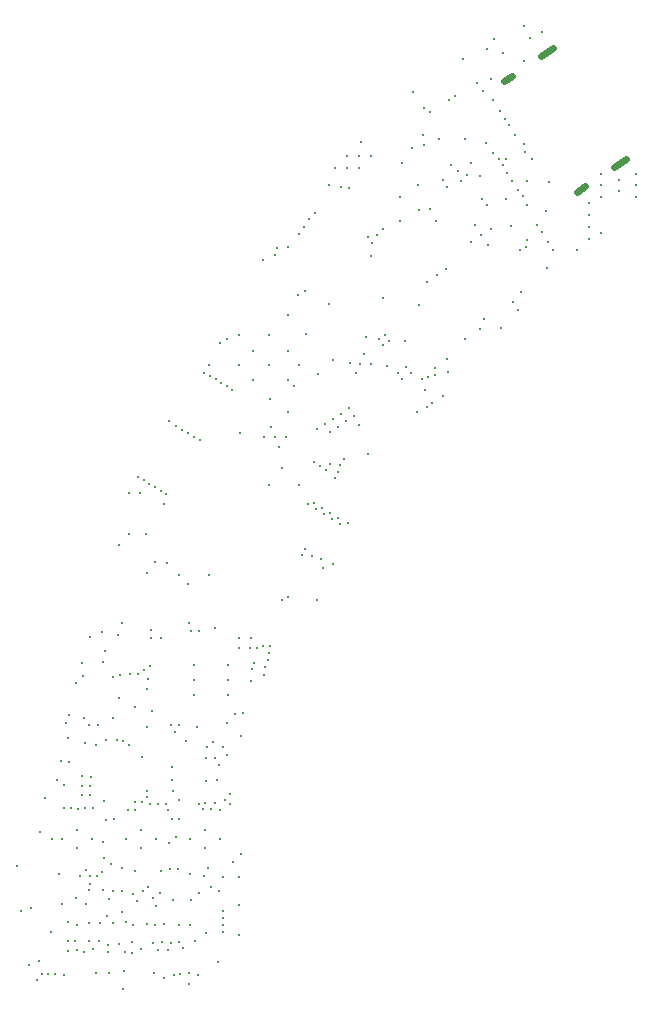
<source format=gbr>
%TF.GenerationSoftware,KiCad,Pcbnew,8.0.4*%
%TF.CreationDate,2024-09-02T19:36:40+02:00*%
%TF.ProjectId,Zoka-MainBoard,5a6f6b61-2d4d-4616-996e-426f6172642e,rev?*%
%TF.SameCoordinates,Original*%
%TF.FileFunction,Plated,1,4,PTH,Mixed*%
%TF.FilePolarity,Positive*%
%FSLAX46Y46*%
G04 Gerber Fmt 4.6, Leading zero omitted, Abs format (unit mm)*
G04 Created by KiCad (PCBNEW 8.0.4) date 2024-09-02 19:36:40*
%MOMM*%
%LPD*%
G01*
G04 APERTURE LIST*
%TA.AperFunction,ComponentDrill*%
%ADD10C,0.200000*%
%TD*%
%TA.AperFunction,ViaDrill*%
%ADD11C,0.300000*%
%TD*%
%TA.AperFunction,ComponentDrill*%
%ADD12C,0.300000*%
%TD*%
G04 aperture for slot hole*
%TA.AperFunction,ComponentDrill*%
%ADD13C,0.600000*%
%TD*%
G04 APERTURE END LIST*
D10*
%TO.C,U403*%
X151012986Y-102693457D03*
X152287986Y-101918457D03*
X152287986Y-103468457D03*
X153562986Y-102693457D03*
%TO.C,U402*%
X156412987Y-102693462D03*
X157687987Y-101918462D03*
X157687987Y-103468462D03*
X158962987Y-102693462D03*
%TO.C,U401*%
X161837989Y-102694321D03*
X163112989Y-101919321D03*
X163112989Y-103469321D03*
X164387989Y-102694321D03*
%TO.C,U303*%
X185652254Y-52129056D03*
X185936621Y-50743727D03*
X186487102Y-51578575D03*
X187037583Y-52413423D03*
X187321950Y-51028094D03*
%TD*%
D11*
X147226140Y-104976628D03*
X147551142Y-108801629D03*
X148183827Y-113325870D03*
X148351143Y-108501630D03*
X148901138Y-114676629D03*
X149051143Y-113026628D03*
X149126140Y-102126623D03*
X149273827Y-114095870D03*
X149551139Y-99251627D03*
X149823330Y-114095870D03*
X150076140Y-110576627D03*
X150126144Y-102701627D03*
X150373827Y-114095870D03*
X150551145Y-97726631D03*
X150726141Y-105701630D03*
X150901138Y-96101630D03*
X150976141Y-108201629D03*
X151151136Y-114202130D03*
X151197717Y-98145087D03*
X151201136Y-100076627D03*
X151313640Y-92839126D03*
X151476142Y-111351623D03*
X151501140Y-112151622D03*
X151501143Y-94176626D03*
X151526136Y-109751627D03*
X151569910Y-96220396D03*
X151576139Y-92226632D03*
X151749959Y-100104064D03*
X152126143Y-111376631D03*
X152201137Y-107676634D03*
X152226496Y-89451982D03*
X152276141Y-112101627D03*
X152301142Y-109976628D03*
X152378530Y-100126623D03*
X152501141Y-105801628D03*
X152676138Y-87826633D03*
X152700644Y-97351628D03*
X152701143Y-99001629D03*
X152726137Y-98226626D03*
X152776142Y-88901627D03*
X152851140Y-92426629D03*
X152890591Y-112251628D03*
X152974303Y-94555138D03*
X152978529Y-100103822D03*
X153073827Y-105295870D03*
X153076143Y-108176631D03*
X153276139Y-111376628D03*
X153316080Y-109801630D03*
X153316084Y-107051626D03*
X153326144Y-93051626D03*
X153351141Y-105795870D03*
X153351142Y-106501630D03*
X153351148Y-99001625D03*
X153376142Y-98251626D03*
X153376146Y-85626633D03*
X153452957Y-97473816D03*
X153624953Y-100099190D03*
X153665087Y-111995870D03*
X153843827Y-114065870D03*
X153923800Y-94723085D03*
X153937093Y-105827129D03*
X154051136Y-93076627D03*
X154114703Y-111363073D03*
X154265087Y-109776628D03*
X154376143Y-105452127D03*
X154401645Y-85151623D03*
X154476141Y-87726627D03*
X154486358Y-106995870D03*
X154501142Y-102951631D03*
X154543215Y-99517960D03*
X154551140Y-104276631D03*
X154676637Y-86776633D03*
X154701136Y-94351632D03*
X154701136Y-101101630D03*
X154826136Y-109176626D03*
X154890587Y-112276626D03*
X154901138Y-111676628D03*
X154951142Y-107801629D03*
X154951143Y-114026625D03*
X155126142Y-104851129D03*
X155301142Y-107126625D03*
X155326147Y-109776622D03*
X155350638Y-89001627D03*
X155360944Y-92447381D03*
X155446212Y-101033061D03*
X155651141Y-94351630D03*
X155776141Y-85401625D03*
X155801141Y-90776630D03*
X155803827Y-77765870D03*
X155873827Y-111595870D03*
X155951144Y-88851631D03*
X156050646Y-105176625D03*
X156051144Y-84376625D03*
X156100638Y-108851630D03*
X156125639Y-107101628D03*
X156176142Y-115403947D03*
X156203316Y-94374773D03*
X156244332Y-113852129D03*
X156350971Y-112270370D03*
X156425643Y-109726627D03*
X156578530Y-100203823D03*
X156643827Y-73365870D03*
X156643827Y-76865870D03*
X156651142Y-94751629D03*
X156778457Y-88753938D03*
X156904562Y-111385819D03*
X156914194Y-112335319D03*
X156976142Y-109976626D03*
X157007347Y-107351130D03*
X157146213Y-99533062D03*
X157160398Y-91518971D03*
X157178529Y-100203823D03*
X157226148Y-105426627D03*
X157376643Y-107935320D03*
X157426644Y-88755271D03*
X157453518Y-72052925D03*
X157643827Y-73365870D03*
X157676144Y-112051628D03*
X157746212Y-99533061D03*
X157776141Y-95776628D03*
X157904562Y-107135320D03*
X157921971Y-72341115D03*
X157973827Y-88395870D03*
X158143827Y-76865870D03*
X158177876Y-93243715D03*
X158201144Y-98601629D03*
X158201144Y-99176631D03*
X158226138Y-109926628D03*
X158226142Y-80176631D03*
X158226142Y-90001623D03*
X158301137Y-106726130D03*
X158301142Y-89176627D03*
X158400458Y-72635481D03*
X158424955Y-99753205D03*
X158497467Y-88075674D03*
X158500643Y-84976630D03*
X158516642Y-85695870D03*
X158600776Y-91886823D03*
X158676140Y-111476628D03*
X158751138Y-107726629D03*
X158827655Y-114056899D03*
X158873827Y-109995870D03*
X158880163Y-72930605D03*
X158901143Y-79251633D03*
X158951135Y-108343453D03*
X159101140Y-112100027D03*
X159151143Y-99776630D03*
X159303483Y-107251624D03*
X159348200Y-73219469D03*
X159373827Y-85695870D03*
X159401140Y-105426631D03*
X159501141Y-111451631D03*
X159601003Y-109907955D03*
X159643827Y-74365870D03*
X159658184Y-114439960D03*
X159776643Y-99745360D03*
X159821014Y-73500536D03*
X159876144Y-79301628D03*
X159973827Y-112095870D03*
X159997279Y-100258075D03*
X160069877Y-103016142D03*
X160098669Y-67349059D03*
X160176139Y-105251622D03*
X160201142Y-111526625D03*
X160251143Y-93026629D03*
X160301140Y-101026625D03*
X160351138Y-97676627D03*
X160351139Y-96576625D03*
X160376134Y-98601628D03*
X160401143Y-107826629D03*
X160448831Y-114178940D03*
X160551144Y-93676624D03*
X160651137Y-102501629D03*
X160658542Y-67698582D03*
X160801639Y-105251629D03*
X160873827Y-111395870D03*
X160877238Y-109992460D03*
X160883827Y-80305870D03*
X160883827Y-93005870D03*
X160901142Y-101026628D03*
X160926146Y-99401625D03*
X161001146Y-114126623D03*
X161183782Y-68040999D03*
X161278529Y-111903822D03*
X161501139Y-94401624D03*
X161681488Y-68341670D03*
X161701143Y-81101625D03*
X161726140Y-114076629D03*
X161726141Y-84426625D03*
X161726145Y-114976626D03*
X161851142Y-109951628D03*
X161851144Y-105701627D03*
X161894908Y-107857864D03*
X161901141Y-85101628D03*
X162143827Y-87965870D03*
X162153827Y-89195870D03*
X162153827Y-90465870D03*
X162165443Y-68621479D03*
X162226146Y-111351626D03*
X162451136Y-93226626D03*
X162551145Y-114201631D03*
X162573827Y-99696588D03*
X162576142Y-85101626D03*
X162626146Y-107276627D03*
X162656080Y-68913498D03*
X162904090Y-100190354D03*
X162988479Y-105851632D03*
X163070038Y-63209676D03*
X163151141Y-99676628D03*
X163176144Y-110651628D03*
X163226139Y-95851630D03*
X163226140Y-97751628D03*
X163244142Y-94894624D03*
X163362986Y-105176630D03*
X163423827Y-62525870D03*
X163423827Y-80305870D03*
X163538486Y-63497876D03*
X163626139Y-106751630D03*
X163653587Y-100160455D03*
X163826143Y-94451628D03*
X163976137Y-99676626D03*
X163980382Y-95839509D03*
X163983909Y-84817383D03*
X164016965Y-63792241D03*
X164151137Y-97676630D03*
X164226137Y-113076627D03*
X164301142Y-107101626D03*
X164307045Y-96401128D03*
X164403090Y-100226628D03*
X164416468Y-60741716D03*
X164496676Y-64087358D03*
X164626140Y-105901633D03*
X164671221Y-94885907D03*
X164673827Y-108826634D03*
X164673827Y-109401626D03*
X164673827Y-109995870D03*
X164673827Y-110545373D03*
X164776145Y-99401630D03*
X164938484Y-95618293D03*
X164964705Y-64376231D03*
X164973827Y-92895870D03*
X165000862Y-60356380D03*
X165043827Y-87965870D03*
X165053827Y-89195870D03*
X165053827Y-90465870D03*
X165226145Y-98926132D03*
X165226145Y-99726624D03*
X165437532Y-64657286D03*
X165501145Y-104626625D03*
X165673827Y-92095870D03*
X165962616Y-105958190D03*
X165963827Y-59985870D03*
X165963827Y-62525870D03*
X165963827Y-108245870D03*
X165963827Y-110785870D03*
X165976142Y-85651628D03*
X166026142Y-86526123D03*
X166066244Y-68311052D03*
X166123831Y-93949319D03*
X166176143Y-104001627D03*
X166292574Y-92005569D03*
X166951141Y-86526127D03*
X166977143Y-89352264D03*
X167027862Y-85649905D03*
X167076645Y-88295870D03*
X167143827Y-61365870D03*
X167143827Y-63865870D03*
X167276641Y-87770370D03*
X167501140Y-86526630D03*
X168013031Y-53654183D03*
X168053497Y-86353896D03*
X168097195Y-88788571D03*
X168213995Y-88139476D03*
X168430522Y-87569808D03*
X168497614Y-86973097D03*
X168503827Y-59985870D03*
X168503827Y-62525870D03*
X168503827Y-72685870D03*
X168607795Y-86333286D03*
X168619207Y-65449474D03*
X169058473Y-53248933D03*
X169172220Y-52694799D03*
X169613942Y-82439926D03*
X169651791Y-71309400D03*
X170124497Y-66581001D03*
X170143827Y-58365870D03*
X170143827Y-61365870D03*
X170143827Y-63865870D03*
X170147841Y-82240045D03*
X170179422Y-52587370D03*
X170643827Y-64365870D03*
X170954892Y-56669984D03*
X171043827Y-62525870D03*
X171043827Y-72685870D03*
X171086099Y-51449911D03*
X171341329Y-78630165D03*
X171511990Y-50869626D03*
X171539288Y-56284648D03*
X171622963Y-78125617D03*
X171697602Y-59968763D03*
X171796075Y-74360354D03*
X171952114Y-50220075D03*
X172176144Y-78776626D03*
X172332816Y-70816072D03*
X172346361Y-74229255D03*
X172391785Y-49660654D03*
X172477457Y-74779536D03*
X172584926Y-82477208D03*
X172606209Y-68003867D03*
X172643827Y-63365870D03*
X172843853Y-71130462D03*
X172962795Y-78952601D03*
X173027745Y-74648446D03*
X173074268Y-79725631D03*
X173158841Y-75198728D03*
X173274081Y-67563488D03*
X173354885Y-71444853D03*
X173583827Y-47285870D03*
X173643827Y-57365870D03*
X173669278Y-70933815D03*
X173709126Y-75067631D03*
X173714472Y-68231365D03*
X173840223Y-75617918D03*
X173941969Y-67123104D03*
X173988487Y-62171456D03*
X173991391Y-79379934D03*
X174101816Y-72139184D03*
X174143827Y-45865870D03*
X174382354Y-67790981D03*
X174390504Y-75486823D03*
X174416205Y-71628146D03*
X174504988Y-76065073D03*
X174560254Y-71012321D03*
X174609845Y-66682711D03*
X174634468Y-47535942D03*
X174874640Y-70501275D03*
X175050228Y-67350593D03*
X175143827Y-44865870D03*
X175143827Y-45865870D03*
X175251782Y-75954474D03*
X175272084Y-47594639D03*
X175277721Y-66242336D03*
X175718107Y-66910206D03*
X176123827Y-67605870D03*
X176143827Y-44865870D03*
X176143827Y-45865870D03*
X176290330Y-43689110D03*
X176764257Y-60172050D03*
X176885818Y-70094835D03*
X176942836Y-51763405D03*
X177143827Y-44865870D03*
X177143827Y-53365870D03*
X177273126Y-52264312D03*
X177637327Y-51545036D03*
X177872524Y-60399548D03*
X178143827Y-56865870D03*
X178146631Y-51076559D03*
X178202813Y-60900451D03*
X178373433Y-60069256D03*
X178499186Y-62621546D03*
X178703722Y-60570169D03*
X179417918Y-63247110D03*
X179643827Y-48365870D03*
X179643827Y-50365870D03*
X179761965Y-63768892D03*
X179832034Y-45503352D03*
X180007390Y-60549029D03*
X180169281Y-62751678D03*
X180513330Y-63273460D03*
X180677643Y-44197138D03*
X180693889Y-39467892D03*
X181070931Y-66566415D03*
X181143827Y-47365870D03*
X181198659Y-49483366D03*
X181203827Y-57445870D03*
X181457525Y-63786769D03*
X181591607Y-43085414D03*
X181670931Y-40821959D03*
X181675920Y-43957532D03*
X181740638Y-64701646D03*
X181873827Y-66095870D03*
X181875418Y-55505363D03*
X182004044Y-63613131D03*
X182143827Y-49365870D03*
X182195751Y-41160433D03*
X182374532Y-65798827D03*
X182561148Y-62833397D03*
X182569748Y-63385273D03*
X182643827Y-50365870D03*
X182744902Y-54961988D03*
X182962718Y-43439049D03*
X183226207Y-65210944D03*
X183243827Y-46865870D03*
X183545117Y-54404403D03*
X183586910Y-47519303D03*
X183619651Y-62058678D03*
X183647617Y-63141377D03*
X183809483Y-40156258D03*
X183934502Y-45650130D03*
X184291751Y-39777772D03*
X184516005Y-46158038D03*
X184761594Y-46954363D03*
X184987077Y-36654134D03*
X185119630Y-60341807D03*
X185146895Y-43436238D03*
X185270366Y-46439217D03*
X185600468Y-45455837D03*
X186127955Y-38656852D03*
X186376591Y-59517525D03*
X186420826Y-46549053D03*
X186585968Y-48545187D03*
X186643827Y-39365870D03*
X186743827Y-58665870D03*
X186935187Y-43779551D03*
X186999744Y-48991045D03*
X187030305Y-35794842D03*
X187334954Y-38323039D03*
X187507352Y-40113010D03*
X187536394Y-44623950D03*
X187570015Y-34959839D03*
X188030278Y-45140884D03*
X188104562Y-41028024D03*
X188143827Y-59465870D03*
X188317800Y-36164823D03*
X188365224Y-45648845D03*
X188490654Y-41740511D03*
X188581373Y-48508136D03*
X188633169Y-45090277D03*
X188658509Y-46282903D03*
X188876946Y-42286987D03*
X189023049Y-50771269D03*
X189128676Y-46991793D03*
X189188296Y-57214966D03*
X189373827Y-43095870D03*
X189622504Y-47767696D03*
X189644936Y-57907490D03*
X189753973Y-52804734D03*
X189910161Y-56363443D03*
X189996786Y-48293683D03*
X190081345Y-43835926D03*
X190143827Y-33865870D03*
X190143827Y-36865870D03*
X190202045Y-44498234D03*
X190309931Y-52557934D03*
X190346741Y-49021191D03*
X190346948Y-47007218D03*
X190393302Y-51997910D03*
X190643827Y-34865870D03*
X190775604Y-45114990D03*
X191184238Y-50684931D03*
X191643827Y-34365870D03*
X191645494Y-51339051D03*
X191987645Y-49496380D03*
X192073179Y-54363922D03*
X192175105Y-52187660D03*
X192214882Y-47070685D03*
X192567094Y-52827558D03*
X194643827Y-52865870D03*
X195643827Y-48865870D03*
X195643827Y-49865870D03*
X195643827Y-50865870D03*
X195643827Y-51865870D03*
X196643827Y-46365870D03*
X196643827Y-47365870D03*
X196643827Y-48365870D03*
X196643827Y-51365870D03*
X198143827Y-46865870D03*
X198143827Y-47865870D03*
X199643827Y-46365870D03*
X199643827Y-47285870D03*
X199643827Y-48365870D03*
D12*
%TO.C,U305*%
X168139312Y-68700699D03*
X168663298Y-67848972D03*
X169040100Y-68667825D03*
X169416902Y-69486678D03*
X169940888Y-68634951D03*
%TO.C,U304*%
X175351516Y-62439046D03*
X175901996Y-63273893D03*
X176252892Y-62443609D03*
X176603788Y-61613325D03*
X177154268Y-62448172D03*
D13*
%TO.C,J201*%
X189077253Y-38058355D02*
X188409375Y-38498739D01*
X192583615Y-35746336D02*
X191581797Y-36406912D01*
X195264657Y-47442045D02*
X194596779Y-47882429D01*
X198771018Y-45130026D02*
X197769200Y-45790602D01*
M02*

</source>
